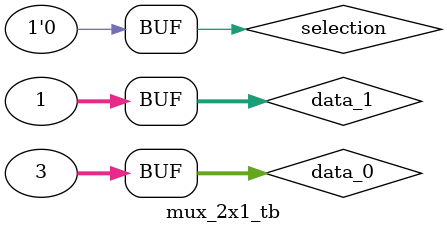
<source format=v>
`timescale 1ns / 1ps
module mux_2x1(
		output [31:0] out,
		input select,
		input [31:0] in0,
		input [31:0] in1
	);

parameter DATA_WIDTH = 32;

genvar i;
generate
	for(i = 0; i < DATA_WIDTH; i = i + 1)
		begin: mux
		nbit_mux #(.SELECT_WIDTH(1)) mux ({in1[i], in0[i]}, out[i], select);
		end
endgenerate

endmodule  



module mux_2x1_tb()	  ;
	reg [31:0] data_0;
 	reg [31:0] data_1;
  
  
  	reg selection;
  	wire [31:0] mux_out; 
	  
	mux_2x1 UUT(mux_out,selection,data_0 ,data_1);  
	
	initial
		begin
			data_0=4'b11;data_1=4'b01;   
			selection =0; 		 
				
	end
endmodule
	  
	  
	
	
</source>
